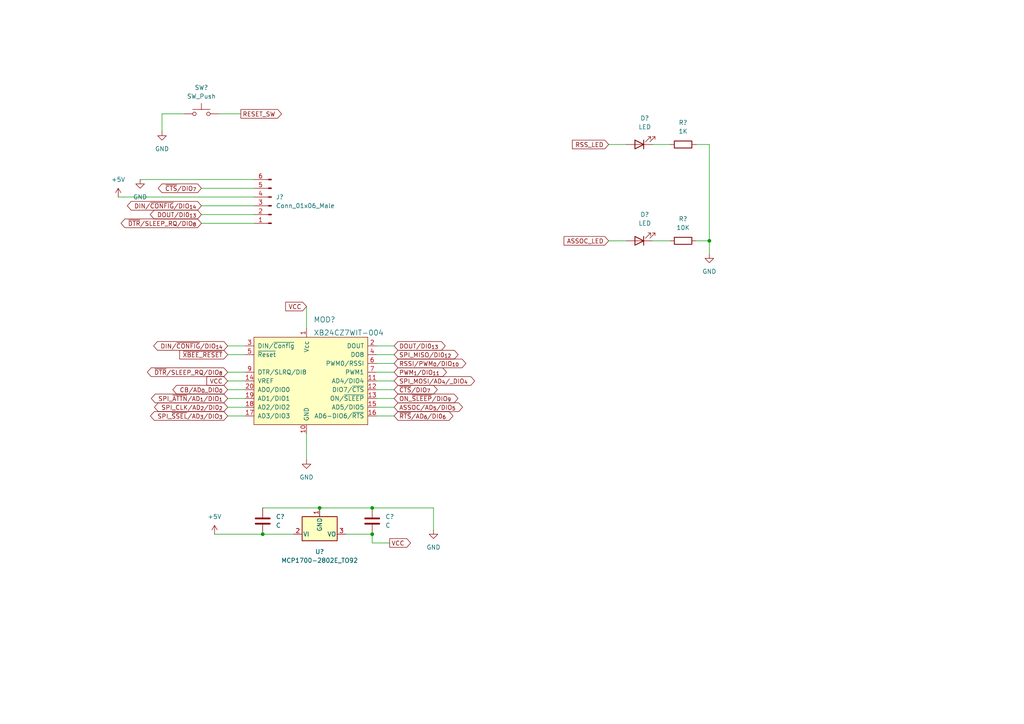
<source format=kicad_sch>
(kicad_sch (version 20211123) (generator eeschema)
  (paper "A4")
  (lib_symbols
    (symbol "Connector:Conn_01x06_Male" (pin_names (offset 1.016) hide)
      (property "Reference" "J" (at 0 7.62 0))
      (property "Value" "Conn_01x06_Male" (at 0 -10.16 0))
      (symbol "Conn_01x06_Male_1_1"
        (polyline (pts (xy 1.27 -7.62) (xy 0.8636 -7.62)) (stroke (width 0.1524)))
        (polyline (pts (xy 1.27 -5.08) (xy 0.8636 -5.08)) (stroke (width 0.1524)))
        (polyline (pts (xy 1.27 -2.54) (xy 0.8636 -2.54)) (stroke (width 0.1524)))
        (polyline (pts (xy 1.27 0) (xy 0.8636 0)) (stroke (width 0.1524)))
        (polyline (pts (xy 1.27 2.54) (xy 0.8636 2.54)) (stroke (width 0.1524)))
        (polyline (pts (xy 1.27 5.08) (xy 0.8636 5.08)) (stroke (width 0.1524)))
        (rectangle (start 0.8636 -7.493) (end 0 -7.747) (stroke (width 0.1524)) (fill (type outline)))
        (rectangle (start 0.8636 -4.953) (end 0 -5.207) (stroke (width 0.1524)) (fill (type outline)))
        (rectangle (start 0.8636 -2.413) (end 0 -2.667) (stroke (width 0.1524)) (fill (type outline)))
        (rectangle (start 0.8636 0.127) (end 0 -0.127) (stroke (width 0.1524)) (fill (type outline)))
        (rectangle (start 0.8636 2.667) (end 0 2.413) (stroke (width 0.1524)) (fill (type outline)))
        (rectangle (start 0.8636 5.207) (end 0 4.953) (stroke (width 0.1524)) (fill (type outline)))
        (pin passive line (at 5.08 5.08 180) (length 3.81) (name "Pin_1") (number "1"))
        (pin passive line (at 5.08 2.54 180) (length 3.81) (name "Pin_2") (number "2"))
        (pin passive line (at 5.08 0 180) (length 3.81) (name "Pin_3") (number "3"))
        (pin passive line (at 5.08 -2.54 180) (length 3.81) (name "Pin_4") (number "4"))
        (pin passive line (at 5.08 -5.08 180) (length 3.81) (name "Pin_5") (number "5"))
        (pin passive line (at 5.08 -7.62 180) (length 3.81) (name "Pin_6") (number "6"))
      )
    )
    (symbol "Device:C" (pin_numbers hide) (pin_names (offset 0.254))
      (property "Reference" "C" (at 0.635 2.54 0))
      (property "Value" "C" (at 0.635 -2.54 0))
      (symbol "C_0_1"
        (polyline (pts (xy -2.032 -0.762) (xy 2.032 -0.762)) (stroke (width 0.508)))
        (polyline (pts (xy -2.032 0.762) (xy 2.032 0.762)) (stroke (width 0.508)))
      )
      (symbol "C_1_1"
        (pin passive line (at 0 3.81 270) (length 2.794) (name "~") (number "1"))
        (pin passive line (at 0 -3.81 90) (length 2.794) (name "~") (number "2"))
      )
    )
    (symbol "Device:LED" (pin_numbers hide) (pin_names (offset 1.016) hide)
      (property "Reference" "D" (at 0 2.54 0))
      (property "Value" "LED" (at 0 -2.54 0))
      (symbol "LED_0_1"
        (polyline (pts (xy -1.27 -1.27) (xy -1.27 1.27)) (stroke (width 0.254)))
        (polyline (pts (xy -1.27 0) (xy 1.27 0)))
        (polyline (pts (xy 1.27 -1.27) (xy 1.27 1.27) (xy -1.27 0) (xy 1.27 -1.27)) (stroke (width 0.254)))
        (polyline (pts (xy -3.048 -0.762) (xy -4.572 -2.286) (xy -3.81 -2.286) (xy -4.572 -2.286) (xy -4.572 -1.524)))
        (polyline (pts (xy -1.778 -0.762) (xy -3.302 -2.286) (xy -2.54 -2.286) (xy -3.302 -2.286) (xy -3.302 -1.524)))
      )
      (symbol "LED_1_1"
        (pin passive line (at -3.81 0 0) (length 2.54) (name "K") (number "1"))
        (pin passive line (at 3.81 0 180) (length 2.54) (name "A") (number "2"))
      )
    )
    (symbol "Device:R" (pin_numbers hide) (pin_names (offset 0))
      (property "Reference" "R" (at 2.032 0 90))
      (property "Value" "R" (at 0 0 90))
      (symbol "R_0_1"
        (rectangle (start -1.016 -2.54) (end 1.016 2.54) (stroke (width 0.254)))
      )
      (symbol "R_1_1"
        (pin passive line (at 0 3.81 270) (length 1.27) (name "~") (number "1"))
        (pin passive line (at 0 -3.81 90) (length 1.27) (name "~") (number "2"))
      )
    )
    (symbol "Regulator_Linear:MCP1700-2802E_TO92" (pin_names (offset 0.254))
      (property "Reference" "U" (at -3.81 -3.175 0))
      (property "Value" "MCP1700-2802E_TO92" (at 0 -3.175 0))
      (symbol "MCP1700-2802E_TO92_0_1"
        (rectangle (start -5.08 5.08) (end 5.08 -1.905) (stroke (width 0.254)) (fill (type background)))
      )
      (symbol "MCP1700-2802E_TO92_1_1"
        (pin power_in line (at 0 7.62 270) (length 2.54) (name "GND") (number "1"))
        (pin power_in line (at -7.62 0 0) (length 2.54) (name "VI") (number "2"))
        (pin power_out line (at 7.62 0 180) (length 2.54) (name "VO") (number "3"))
      )
    )
    (symbol "Switch:SW_Push" (pin_numbers hide) (pin_names (offset 1.016) hide)
      (property "Reference" "SW" (at 1.27 2.54 0))
      (property "Value" "SW_Push" (at 0 -1.524 0))
      (symbol "SW_Push_0_1"
        (circle (center -2.032 0) (radius 0.508))
        (polyline (pts (xy 0 1.27) (xy 0 3.048)))
        (polyline (pts (xy 2.54 1.27) (xy -2.54 1.27)))
        (circle (center 2.032 0) (radius 0.508))
        (pin passive line (at -5.08 0 0) (length 2.54) (name "1") (number "1"))
        (pin passive line (at 5.08 0 180) (length 2.54) (name "2") (number "2"))
      )
    )
    (symbol "dk_RF-Transceiver-Modules:XB24CZ7WIT-004" (pin_names (offset 1.016))
      (property "Reference" "MOD" (at -15.4432 13.716 0))
      (property "Value" "XB24CZ7WIT-004" (at 0.4318 -13.97 0))
      (symbol "XB24CZ7WIT-004_0_1"
        (rectangle (start -15.24 12.7) (end 17.78 -12.7) (fill (type background)))
      )
      (symbol "XB24CZ7WIT-004_1_1"
        (pin power_in line (at 0 15.24 270) (length 2.54) (name "Vcc") (number "1"))
        (pin power_in line (at 0 -15.24 90) (length 2.54) (name "GND") (number "10"))
        (pin bidirectional line (at 20.32 0 180) (length 2.54) (name "AD4/DIO4") (number "11"))
        (pin bidirectional line (at 20.32 -2.54 180) (length 2.54) (name "DIO7/~{CTS}") (number "12"))
        (pin output line (at 20.32 -5.08 180) (length 2.54) (name "ON/~{SLEEP}") (number "13"))
        (pin input line (at -17.78 0 0) (length 2.54) (name "VREF") (number "14"))
        (pin bidirectional line (at 20.32 -7.62 180) (length 2.54) (name "AD5/DIO5") (number "15"))
        (pin bidirectional line (at 20.32 -10.16 180) (length 2.54) (name "AD6-DIO6/~{RTS}") (number "16"))
        (pin bidirectional line (at -17.78 -10.16 0) (length 2.54) (name "AD3/DIO3") (number "17"))
        (pin bidirectional line (at -17.78 -7.62 0) (length 2.54) (name "AD2/DIO2") (number "18"))
        (pin bidirectional line (at -17.78 -5.08 0) (length 2.54) (name "AD1/DIO1") (number "19"))
        (pin output line (at 20.32 10.16 180) (length 2.54) (name "DOUT") (number "2"))
        (pin bidirectional line (at -17.78 -2.54 0) (length 2.54) (name "AD0/DIO0") (number "20"))
        (pin input line (at -17.78 10.16 0) (length 2.54) (name "DIN/~{Config}") (number "3"))
        (pin output line (at 20.32 7.62 180) (length 2.54) (name "DO8") (number "4"))
        (pin input line (at -17.78 7.62 0) (length 2.54) (name "~{Reset}") (number "5"))
        (pin output line (at 20.32 5.08 180) (length 2.54) (name "PWM0/RSSI") (number "6"))
        (pin output line (at 20.32 2.54 180) (length 2.54) (name "PWM1") (number "7"))
        (pin no_connect line (at -15.24 5.08 0) (length 2.54) hide (name "Reserved") (number "8"))
        (pin input line (at -17.78 2.54 0) (length 2.54) (name "DTR/SLRQ/DI8") (number "9"))
      )
    )
    (symbol "power:+5V" (power) (pin_names (offset 0))
      (property "Value" "+5V" (at 0 3.556 0))
      (symbol "+5V_0_1"
        (polyline (pts (xy -0.762 1.27) (xy 0 2.54)))
        (polyline (pts (xy 0 0) (xy 0 2.54)))
        (polyline (pts (xy 0 2.54) (xy 0.762 1.27)))
      )
      (symbol "+5V_1_1"
        (pin power_in line (at 0 0 90) (length 0) hide (name "+5V") (number "1"))
      )
    )
    (symbol "power:GND" (power) (pin_names (offset 0))
      (property "Value" "GND" (at 0 -3.81 0))
      (symbol "GND_0_1"
        (polyline (pts (xy 0 0) (xy 0 -1.27) (xy 1.27 -1.27) (xy 0 -2.54) (xy -1.27 -1.27) (xy 0 -1.27)))
      )
      (symbol "GND_1_1"
        (pin power_in line (at 0 0 270) (length 0) hide (name "GND") (number "1"))
      )
    )
  )
  (junction (at 76.2 154.94))
  (junction (at 92.71 147.32))
  (junction (at 107.95 147.32))
  (junction (at 205.74 69.85))
  (junction (at 107.95 154.94))
  (wire (pts (xy 66.04 107.95) (xy 71.12 107.95)))
  (wire (pts (xy 109.22 110.49) (xy 114.3 110.49)))
  (wire (pts (xy 176.53 41.91) (xy 181.61 41.91)))
  (wire (pts (xy 109.22 120.65) (xy 114.3 120.65)))
  (wire (pts (xy 109.22 105.41) (xy 114.3 105.41)))
  (wire (pts (xy 92.71 147.32) (xy 107.95 147.32)))
  (wire (pts (xy 201.93 69.85) (xy 205.74 69.85)))
  (wire (pts (xy 66.04 100.33) (xy 71.12 100.33)))
  (wire (pts (xy 88.9 125.73) (xy 88.9 133.35)))
  (wire (pts (xy 125.73 153.67) (xy 125.73 147.32)))
  (wire (pts (xy 107.95 157.48) (xy 113.03 157.48)))
  (wire (pts (xy 201.93 41.91) (xy 205.74 41.91)))
  (wire (pts (xy 109.22 115.57) (xy 114.3 115.57)))
  (wire (pts (xy 100.33 154.94) (xy 107.95 154.94)))
  (wire (pts (xy 88.9 88.9) (xy 88.9 95.25)))
  (wire (pts (xy 109.22 102.87) (xy 114.3 102.87)))
  (wire (pts (xy 46.99 33.02) (xy 53.34 33.02)))
  (wire (pts (xy 176.53 69.85) (xy 181.61 69.85)))
  (wire (pts (xy 109.22 118.11) (xy 114.3 118.11)))
  (wire (pts (xy 189.23 69.85) (xy 194.31 69.85)))
  (wire (pts (xy 66.04 110.49) (xy 71.12 110.49)))
  (wire (pts (xy 109.22 113.03) (xy 114.3 113.03)))
  (wire (pts (xy 58.42 62.23) (xy 73.66 62.23)))
  (wire (pts (xy 66.04 118.11) (xy 71.12 118.11)))
  (wire (pts (xy 46.99 38.1) (xy 46.99 33.02)))
  (wire (pts (xy 66.04 120.65) (xy 71.12 120.65)))
  (wire (pts (xy 58.42 64.77) (xy 73.66 64.77)))
  (wire (pts (xy 40.64 52.07) (xy 73.66 52.07)))
  (wire (pts (xy 109.22 107.95) (xy 114.3 107.95)))
  (wire (pts (xy 76.2 154.94) (xy 85.09 154.94)))
  (wire (pts (xy 109.22 100.33) (xy 114.3 100.33)))
  (wire (pts (xy 62.23 154.94) (xy 76.2 154.94)))
  (wire (pts (xy 205.74 69.85) (xy 205.74 73.66)))
  (wire (pts (xy 66.04 102.87) (xy 71.12 102.87)))
  (wire (pts (xy 189.23 41.91) (xy 194.31 41.91)))
  (wire (pts (xy 107.95 154.94) (xy 107.95 157.48)))
  (wire (pts (xy 125.73 147.32) (xy 107.95 147.32)))
  (wire (pts (xy 58.42 59.69) (xy 73.66 59.69)))
  (wire (pts (xy 58.42 54.61) (xy 73.66 54.61)))
  (wire (pts (xy 76.2 147.32) (xy 92.71 147.32)))
  (wire (pts (xy 66.04 113.03) (xy 71.12 113.03)))
  (wire (pts (xy 66.04 115.57) (xy 71.12 115.57)))
  (wire (pts (xy 63.5 33.02) (xy 69.85 33.02)))
  (wire (pts (xy 205.74 41.91) (xy 205.74 69.85)))
  (wire (pts (xy 34.29 57.15) (xy 73.66 57.15)))
  (global_label "SPI_~{SSEL}{slash}AD_{3}{slash}DIO_{3}" (shape bidirectional) (at 66.04 120.65 180) (property "Intersheet References" "${INTERSHEET_REFS}" (effects hide)))
  (global_label "ASSOC{slash}AD_{5}{slash}DIO_{5}" (shape bidirectional) (at 114.3 118.11 0) (property "Intersheet References" "${INTERSHEET_REFS}" (effects hide)))
  (global_label "DIN{slash}~{CONFIG}{slash}DIO_{14}" (shape bidirectional) (at 58.42 59.69 180) (property "Intersheet References" "${INTERSHEET_REFS}" (effects hide)))
  (global_label "~{XBEE_RESET}" (shape input) (at 66.04 102.87 180) (property "Intersheet References" "${INTERSHEET_REFS}" (effects hide)))
  (global_label "RESET_SW" (shape output) (at 69.85 33.02 0) (property "Intersheet References" "${INTERSHEET_REFS}" (effects hide)))
  (global_label "SPI_~{ATTN}{slash}AD_{1}{slash}DIO_{1}" (shape bidirectional) (at 66.04 115.57 180) (property "Intersheet References" "${INTERSHEET_REFS}" (effects hide)))
  (global_label "~{CTS}{slash}DIO_{7}" (shape bidirectional) (at 58.42 54.61 180) (property "Intersheet References" "${INTERSHEET_REFS}" (effects hide)))
  (global_label "DIN{slash}~{CONFIG}{slash}DIO_{14}" (shape bidirectional) (at 66.04 100.33 180) (property "Intersheet References" "${INTERSHEET_REFS}" (effects hide)))
  (global_label "DOUT{slash}DI0_{13}" (shape bidirectional) (at 114.3 100.33 0) (property "Intersheet References" "${INTERSHEET_REFS}" (effects hide)))
  (global_label "RSS_LED" (shape input) (at 176.53 41.91 180) (property "Intersheet References" "${INTERSHEET_REFS}" (effects hide)))
  (global_label "VCC" (shape output) (at 113.03 157.48 0) (property "Intersheet References" "${INTERSHEET_REFS}" (effects hide)))
  (global_label "VCC" (shape input) (at 88.9 88.9 180) (property "Intersheet References" "${INTERSHEET_REFS}" (effects hide)))
  (global_label "~{DTR}{slash}SLEEP_RQ{slash}DIO_{8}" (shape bidirectional) (at 58.42 64.77 180) (property "Intersheet References" "${INTERSHEET_REFS}" (effects hide)))
  (global_label "~{DTR}{slash}SLEEP_RQ{slash}DIO_{8}" (shape bidirectional) (at 66.04 107.95 180) (property "Intersheet References" "${INTERSHEET_REFS}" (effects hide)))
  (global_label "~{CTS}{slash}DIO_{7}" (shape bidirectional) (at 114.3 113.03 0) (property "Intersheet References" "${INTERSHEET_REFS}" (effects hide)))
  (global_label "PWM_{1}{slash}DIO_{11}" (shape bidirectional) (at 114.3 107.95 0) (property "Intersheet References" "${INTERSHEET_REFS}" (effects hide)))
  (global_label "~{RTS}{slash}AD_{6}{slash}DI0_{6}" (shape bidirectional) (at 114.3 120.65 0) (property "Intersheet References" "${INTERSHEET_REFS}" (effects hide)))
  (global_label "CB{slash}AD_{0}_DIO_{0}" (shape bidirectional) (at 66.04 113.03 180) (property "Intersheet References" "${INTERSHEET_REFS}" (effects hide)))
  (global_label "ON_~{SLEEP}{slash}DIO_{9}" (shape bidirectional) (at 114.3 115.57 0) (property "Intersheet References" "${INTERSHEET_REFS}" (effects hide)))
  (global_label "SPI_CLK{slash}AD_{2}{slash}DI0_{2}" (shape bidirectional) (at 66.04 118.11 180) (property "Intersheet References" "${INTERSHEET_REFS}" (effects hide)))
  (global_label "SPI_MISO{slash}DI0_{12}" (shape bidirectional) (at 114.3 102.87 0) (property "Intersheet References" "${INTERSHEET_REFS}" (effects hide)))
  (global_label "SPI_MOSI{slash}AD_{4}{slash}_DIO_{4}" (shape bidirectional) (at 114.3 110.49 0) (property "Intersheet References" "${INTERSHEET_REFS}" (effects hide)))
  (global_label "RSSI{slash}PWM_{0}{slash}DIO_{10}" (shape bidirectional) (at 114.3 105.41 0) (property "Intersheet References" "${INTERSHEET_REFS}" (effects hide)))
  (global_label "ASSOC_LED" (shape input) (at 176.53 69.85 180) (property "Intersheet References" "${INTERSHEET_REFS}" (effects hide)))
  (global_label "VCC" (shape input) (at 66.04 110.49 180) (property "Intersheet References" "${INTERSHEET_REFS}" (effects hide)))
  (global_label "DOUT{slash}DI0_{13}" (shape bidirectional) (at 58.42 62.23 180) (property "Intersheet References" "${INTERSHEET_REFS}" (effects hide)))
  (symbol (lib_id "Device:C") (at 76.2 151.13 0) (unit 1)
    (property "Reference" "C?" (at 80.01 149.8599 0) (effects (justify left)))
    (property "Value" "C" (at 80.01 152.3999 0) (effects (justify left)))
  )
  (symbol (lib_id "Device:R") (at 198.12 41.91 90) (unit 1)
    (property "Reference" "R?" (at 198.12 35.56 90))
    (property "Value" "1K" (at 198.12 38.1 90))
  )
  (symbol (lib_id "Device:R") (at 198.12 69.85 90) (unit 1)
    (property "Reference" "R?" (at 198.12 63.5 90))
    (property "Value" "10K" (at 198.12 66.04 90))
  )
  (symbol (lib_id "Device:LED") (at 185.42 41.91 180) (unit 1)
    (property "Reference" "D?" (at 187.0075 34.29 0))
    (property "Value" "LED" (at 187.0075 36.83 0))
  )
  (symbol (lib_id "power:GND") (at 46.99 38.1 0) (unit 1)
    (property "Reference" "#PWR?" (effects hide))
    (property "Value" "GND" (at 46.99 43.18 0))
  )
  (symbol (lib_id "Connector:Conn_01x06_Male") (at 78.74 59.69 180) (unit 1)
    (property "Reference" "J?" (at 80.01 57.1499 0) (effects (justify right)))
    (property "Value" "Conn_01x06_Male" (at 80.01 59.6899 0) (effects (justify right)))
  )
  (symbol (lib_id "power:GND") (at 40.64 52.07 0) (unit 1)
    (property "Reference" "#PWR?" (effects hide))
    (property "Value" "GND" (at 40.64 57.15 0))
  )
  (symbol (lib_id "power:+5V") (at 34.29 57.15 0) (unit 1)
    (property "Reference" "#PWR?" (effects hide))
    (property "Value" "+5V" (at 34.29 52.07 0))
  )
  (symbol (lib_id "dk_RF-Transceiver-Modules:XB24CZ7WIT-004") (at 88.9 110.49 0) (unit 1)
    (property "Reference" "MOD?" (at 90.9194 92.71 0) (effects (font (size 1.524 1.524)) (justify left)))
    (property "Value" "XB24CZ7WIT-004" (at 90.9194 96.52 0) (effects (font (size 1.524 1.524)) (justify left)))
    (property "Footprint" "digikey-footprints:XBEE-20_THT" (effects hide))
    (property "Datasheet" "https://www.digi.com/resources/documentation/digidocs/pdfs/90001500.pdf" (effects hide))
    (property "Digi-Key_PN" "602-1560-ND" (effects hide))
    (property "MPN" "XB24CZ7WIT-004" (effects hide))
    (property "Category" "RF/IF and RFID" (effects hide))
    (property "Family" "RF Transceiver Modules" (effects hide))
    (property "DK_Datasheet_Link" "https://www.digi.com/resources/documentation/digidocs/pdfs/90001500.pdf" (effects hide))
    (property "DK_Detail_Page" "/product-detail/en/digi-international/XB24CZ7WIT-004/602-1560-ND/5322374" (effects hide))
    (property "Description" "RF TXRX MODULE 802.15.4 WIRE ANT" (effects hide))
    (property "Manufacturer" "Digi International" (effects hide))
    (property "Status" "Active" (effects hide))
  )
  (symbol (lib_id "power:GND") (at 205.74 73.66 0) (unit 1)
    (property "Reference" "#PWR?" (effects hide))
    (property "Value" "GND" (at 205.74 78.74 0))
  )
  (symbol (lib_id "power:+5V") (at 62.23 154.94 0) (unit 1)
    (property "Reference" "#PWR?" (effects hide))
    (property "Value" "+5V" (at 62.23 149.86 0))
  )
  (symbol (lib_id "Device:C") (at 107.95 151.13 0) (unit 1)
    (property "Reference" "C?" (at 111.76 149.8599 0) (effects (justify left)))
    (property "Value" "C" (at 111.76 152.3999 0) (effects (justify left)))
  )
  (symbol (lib_id "Switch:SW_Push") (at 58.42 33.02 0) (unit 1)
    (property "Reference" "SW?" (at 58.42 25.4 0))
    (property "Value" "SW_Push" (at 58.42 27.94 0))
  )
  (symbol (lib_id "Device:LED") (at 185.42 69.85 180) (unit 1)
    (property "Reference" "D?" (at 187.0075 62.23 0))
    (property "Value" "LED" (at 187.0075 64.77 0))
  )
  (symbol (lib_id "power:GND") (at 88.9 133.35 0) (unit 1)
    (property "Reference" "#PWR?" (effects hide))
    (property "Value" "GND" (at 88.9 138.43 0))
  )
  (symbol (lib_id "Regulator_Linear:MCP1700-2802E_TO92") (at 92.71 154.94 0) (unit 1)
    (property "Reference" "U?" (at 92.71 160.02 0))
    (property "Value" "MCP1700-2802E_TO92" (at 92.71 162.56 0))
    (property "Footprint" "Package_TO_SOT_THT:TO-92_Inline" (effects hide))
    (property "Datasheet" "http://ww1.microchip.com/downloads/en/DeviceDoc/20001826D.pdf" (effects hide))
  )
  (symbol (lib_id "power:GND") (at 125.73 153.67 0) (unit 1)
    (property "Reference" "#PWR?" (effects hide))
    (property "Value" "GND" (at 125.73 158.75 0))
  )
)
</source>
